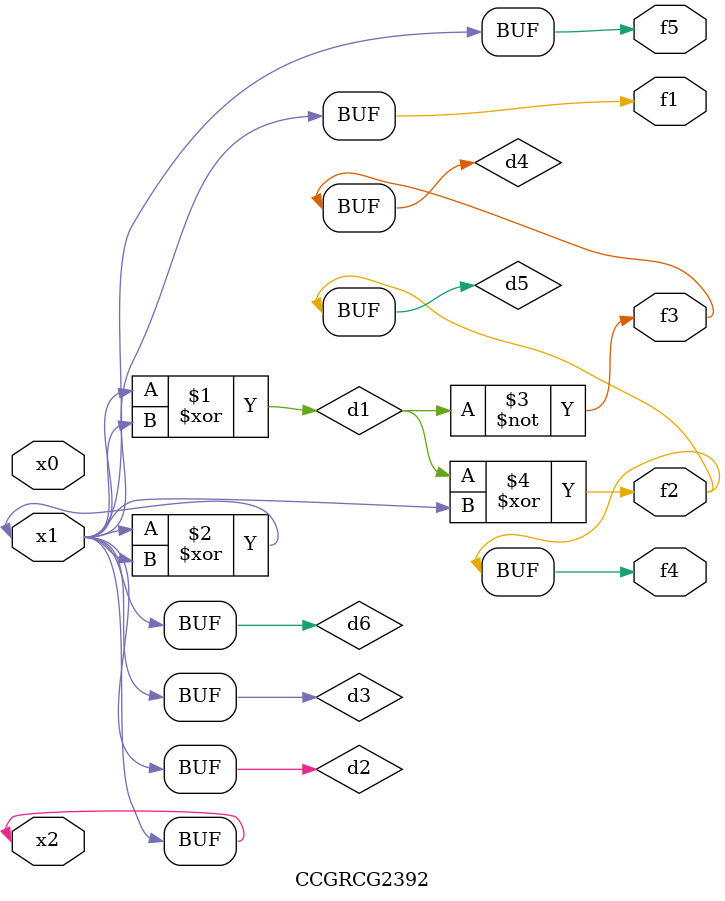
<source format=v>
module CCGRCG2392(
	input x0, x1, x2,
	output f1, f2, f3, f4, f5
);

	wire d1, d2, d3, d4, d5, d6;

	xor (d1, x1, x2);
	buf (d2, x1, x2);
	xor (d3, x1, x2);
	nor (d4, d1);
	xor (d5, d1, d2);
	buf (d6, d2, d3);
	assign f1 = d6;
	assign f2 = d5;
	assign f3 = d4;
	assign f4 = d5;
	assign f5 = d6;
endmodule

</source>
